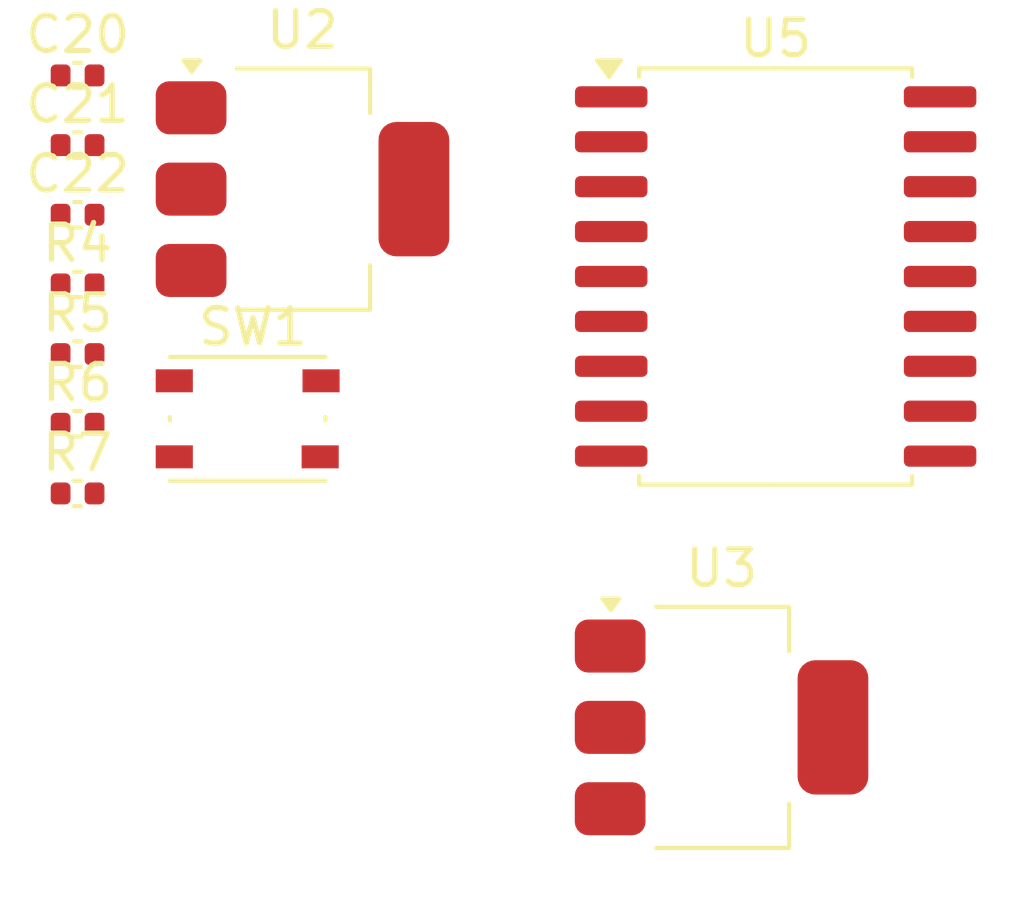
<source format=kicad_pcb>
(kicad_pcb (version 20241229) (generator "pcbnew") (generator_version "9.0")
  (layers (0 "F.Cu" signal) (2 "B.Cu" signal) (13 "F.Paste" user) (15 "B.Paste" user) (5 "F.SilkS" user "F.Silkscreen") (7 "B.SilkS" user "B.Silkscreen") (1 "F.Mask" user) (3 "B.Mask" user) (25 "Edge.Cuts" user))
  (net 0 "")
  (net 1 "+3V3")
  (net 2 "GND")
  (net 3 "/rp2350a/XIN")
  (net 4 "Net-(Y1-CRYSTAL_2)")
  (net 5 "/rp2350a/GPIO0")
  (net 6 "/rp2350a/QSPI_SS")
  (net 7 "/rp2350a/~{USB_BOOT}")
  (net 8 "/rp2350a/XOUT")
  (net 9 "VBUS")
  (net 10 "/imput_5V")
  (net 11 "Net-(J3-Pin_2)")
  (footprint "Button_Switch_SMD:SW_Push_1P1T_NO_Vertical_Wuerth_434133025816" (layer "F.Cu") (at 56.95 70.775)
    (property "Reference" "SW1" (at 0.15 -2.6 0) (layer "F.SilkS"))
    (property "Value" "SW_Push")
    (fp_line (start -2.2 0.05) (end -2.2 -0.05) (stroke (width 0.12)) (layer "F.SilkS"))
    (fp_line (start -2.2 1.75) (end 2.2 1.75) (stroke (width 0.12)) (layer "F.SilkS"))
    (fp_line (start 2.2 -1.75) (end -2.2 -1.75) (stroke (width 0.12)) (layer "F.SilkS"))
    (fp_line (start 2.2 0.05) (end 2.2 -0.05) (stroke (width 0.12)) (layer "F.SilkS"))
    (pad "1" smd rect (at -2.075 -1.075) (size 1.05 0.65) (layers "F.Cu" "F.Mask" "F.Paste") (net 2 "GND"))
    (pad "1" smd rect (at 2.075 -1.075) (size 1.05 0.65) (layers "F.Cu" "F.Mask" "F.Paste") (net 2 "GND"))
    (pad "2" smd rect (at -2.075 1.075) (size 1.05 0.65) (layers "F.Cu" "F.Mask" "F.Paste") (net 7 "/rp2350a/~{USB_BOOT}"))
    (pad "2" smd rect (at 2.05 1.075) (size 1.05 0.65) (layers "F.Cu" "F.Mask" "F.Paste") (net 7 "/rp2350a/~{USB_BOOT}"))
  )
  (footprint "Capacitor_SMD:C_0402_1005Metric" (layer "F.Cu") (at 52.14 70.915)
    (property "Reference" "R6" (at 0 -1.16 0) (layer "F.SilkS"))
    (property "Value" "1k")
    (fp_line (start -0.107836 -0.36) (end 0.107836 -0.36) (stroke (width 0.12)) (layer "F.SilkS"))
    (fp_line (start -0.107836 0.36) (end 0.107836 0.36) (stroke (width 0.12)) (layer "F.SilkS"))
    (pad "1" smd roundrect (at -0.48 0) (size 0.56 0.62) (layers "F.Cu" "F.Mask" "F.Paste") (net 6 "/rp2350a/QSPI_SS"))
    (pad "2" smd roundrect (at 0.48 0) (size 0.56 0.62) (layers "F.Cu" "F.Mask" "F.Paste") (net 7 "/rp2350a/~{USB_BOOT}"))
  )
  (footprint "Package_TO_SOT_SMD:SOT-223-3_TabPin2" (layer "F.Cu") (at 58.5 64.28)
    (property "Reference" "U2" (at 0 -4.5 0) (layer "F.SilkS"))
    (property "Value" "NCP1117-3.3_SOT223")
    (fp_line (start -1.85 -3.41) (end 1.91 -3.41) (stroke (width 0.12)) (layer "F.SilkS"))
    (fp_line (start -1.85 3.41) (end 1.91 3.41) (stroke (width 0.12)) (layer "F.SilkS"))
    (fp_line (start 1.91 -3.41) (end 1.91 -2.15) (stroke (width 0.12)) (layer "F.SilkS"))
    (fp_line (start 1.91 3.41) (end 1.91 2.15) (stroke (width 0.12)) (layer "F.SilkS"))
    (fp_poly (pts (xy -3.13 -3.31) (xy -3.37 -3.64) (xy -2.89 -3.64) (xy -3.13 -3.31)) (stroke (width 0.12)) (fill yes) (layer "F.SilkS"))
    (pad "1" smd roundrect (at -3.15 -2.3) (size 2 1.5) (layers "F.Cu" "F.Mask" "F.Paste") (net 2 "GND"))
    (pad "2" smd roundrect (at -3.15 0) (size 2 1.5) (layers "F.Cu" "F.Mask" "F.Paste") (net 1 "+3V3"))
    (pad "2" smd roundrect (at 3.15 0) (size 2 3.8) (layers "F.Cu" "F.Mask" "F.Paste") (net 1 "+3V3"))
    (pad "3" smd roundrect (at -3.15 2.3) (size 2 1.5) (layers "F.Cu" "F.Mask" "F.Paste") (net 9 "VBUS"))
  )
  (footprint "Capacitor_SMD:C_0402_1005Metric" (layer "F.Cu") (at 52.14 68.945)
    (property "Reference" "R5" (at 0 -1.16 0) (layer "F.SilkS"))
    (property "Value" "0")
    (fp_line (start -0.107836 -0.36) (end 0.107836 -0.36) (stroke (width 0.12)) (layer "F.SilkS"))
    (fp_line (start -0.107836 0.36) (end 0.107836 0.36) (stroke (width 0.12)) (layer "F.SilkS"))
    (pad "1" smd roundrect (at -0.48 0) (size 0.56 0.62) (layers "F.Cu" "F.Mask" "F.Paste") (net 5 "/rp2350a/GPIO0"))
    (pad "2" smd roundrect (at 0.48 0) (size 0.56 0.62) (layers "F.Cu" "F.Mask" "F.Paste") (net 6 "/rp2350a/QSPI_SS"))
  )
  (footprint "Capacitor_SMD:C_0402_1005Metric" (layer "F.Cu") (at 52.14 66.975)
    (property "Reference" "R4" (at 0 -1.16 0) (layer "F.SilkS"))
    (property "Value" "10k")
    (fp_line (start -0.107836 -0.36) (end 0.107836 -0.36) (stroke (width 0.12)) (layer "F.SilkS"))
    (fp_line (start -0.107836 0.36) (end 0.107836 0.36) (stroke (width 0.12)) (layer "F.SilkS"))
    (pad "1" smd roundrect (at -0.48 0) (size 0.56 0.62) (layers "F.Cu" "F.Mask" "F.Paste") (net 5 "/rp2350a/GPIO0"))
    (pad "2" smd roundrect (at 0.48 0) (size 0.56 0.62) (layers "F.Cu" "F.Mask" "F.Paste") (net 1 "+3V3"))
  )
  (footprint "Package_TO_SOT_SMD:SOT-223-3_TabPin2" (layer "F.Cu") (at 70.35 79.5)
    (property "Reference" "U3" (at 0 -4.5 0) (layer "F.SilkS"))
    (property "Value" "NCP1117-5.0_SOT223")
    (fp_line (start -1.85 -3.41) (end 1.91 -3.41) (stroke (width 0.12)) (layer "F.SilkS"))
    (fp_line (start -1.85 3.41) (end 1.91 3.41) (stroke (width 0.12)) (layer "F.SilkS"))
    (fp_line (start 1.91 -3.41) (end 1.91 -2.15) (stroke (width 0.12)) (layer "F.SilkS"))
    (fp_line (start 1.91 3.41) (end 1.91 2.15) (stroke (width 0.12)) (layer "F.SilkS"))
    (fp_poly (pts (xy -3.13 -3.31) (xy -3.37 -3.64) (xy -2.89 -3.64) (xy -3.13 -3.31)) (stroke (width 0.12)) (fill yes) (layer "F.SilkS"))
    (pad "1" smd roundrect (at -3.15 -2.3) (size 2 1.5) (layers "F.Cu" "F.Mask" "F.Paste") (net 2 "GND"))
    (pad "2" smd roundrect (at -3.15 0) (size 2 1.5) (layers "F.Cu" "F.Mask" "F.Paste") (net 10 "/imput_5V"))
    (pad "2" smd roundrect (at 3.15 0) (size 2 3.8) (layers "F.Cu" "F.Mask" "F.Paste") (net 10 "/imput_5V"))
    (pad "3" smd roundrect (at -3.15 2.3) (size 2 1.5) (layers "F.Cu" "F.Mask" "F.Paste") (net 11 "Net-(J3-Pin_2)"))
  )
  (footprint "Capacitor_SMD:C_0402_1005Metric" (layer "F.Cu") (at 52.14 63.035)
    (property "Reference" "C21" (at 0 -1.16 0) (layer "F.SilkS"))
    (property "Value" "15p")
    (fp_line (start -0.107836 -0.36) (end 0.107836 -0.36) (stroke (width 0.12)) (layer "F.SilkS"))
    (fp_line (start -0.107836 0.36) (end 0.107836 0.36) (stroke (width 0.12)) (layer "F.SilkS"))
    (pad "1" smd roundrect (at -0.48 0) (size 0.56 0.62) (layers "F.Cu" "F.Mask" "F.Paste") (net 3 "/rp2350a/XIN"))
    (pad "2" smd roundrect (at 0.48 0) (size 0.56 0.62) (layers "F.Cu" "F.Mask" "F.Paste") (net 2 "GND"))
  )
  (footprint "Package_SO:SOIC-18W_7.5x11.6mm_P1.27mm" (layer "F.Cu") (at 71.88 66.75)
    (property "Reference" "U5" (at 0 -6.73 0) (layer "F.SilkS"))
    (property "Value" "MCP2515-xSO")
    (fp_line (start -3.86 -5.885) (end -3.86 -5.64) (stroke (width 0.12)) (layer "F.SilkS"))
    (fp_line (start -3.86 5.885) (end -3.86 5.64) (stroke (width 0.12)) (layer "F.SilkS"))
    (fp_line (start 0 -5.885) (end -3.86 -5.885) (stroke (width 0.12)) (layer "F.SilkS"))
    (fp_line (start 0 -5.885) (end 3.86 -5.885) (stroke (width 0.12)) (layer "F.SilkS"))
    (fp_line (start 0 5.885) (end -3.86 5.885) (stroke (width 0.12)) (layer "F.SilkS"))
    (fp_line (start 0 5.885) (end 3.86 5.885) (stroke (width 0.12)) (layer "F.SilkS"))
    (fp_line (start 3.86 -5.885) (end 3.86 -5.64) (stroke (width 0.12)) (layer "F.SilkS"))
    (fp_line (start 3.86 5.885) (end 3.86 5.64) (stroke (width 0.12)) (layer "F.SilkS"))
    (fp_poly (pts (xy -4.7125 -5.64) (xy -5.0525 -6.11) (xy -4.3725 -6.11)) (stroke (width 0.12)) (fill yes) (layer "F.SilkS"))
    (pad "1" smd roundrect (at -4.65 -5.08) (size 2.05 0.6) (layers "F.Cu" "F.Mask" "F.Paste"))
    (pad "2" smd roundrect (at -4.65 -3.81) (size 2.05 0.6) (layers "F.Cu" "F.Mask" "F.Paste"))
    (pad "3" smd roundrect (at -4.65 -2.54) (size 2.05 0.6) (layers "F.Cu" "F.Mask" "F.Paste"))
    (pad "4" smd roundrect (at -4.65 -1.27) (size 2.05 0.6) (layers "F.Cu" "F.Mask" "F.Paste"))
    (pad "5" smd roundrect (at -4.65 0) (size 2.05 0.6) (layers "F.Cu" "F.Mask" "F.Paste"))
    (pad "6" smd roundrect (at -4.65 1.27) (size 2.05 0.6) (layers "F.Cu" "F.Mask" "F.Paste"))
    (pad "7" smd roundrect (at -4.65 2.54) (size 2.05 0.6) (layers "F.Cu" "F.Mask" "F.Paste"))
    (pad "8" smd roundrect (at -4.65 3.81) (size 2.05 0.6) (layers "F.Cu" "F.Mask" "F.Paste"))
    (pad "9" smd roundrect (at -4.65 5.08) (size 2.05 0.6) (layers "F.Cu" "F.Mask" "F.Paste"))
    (pad "10" smd roundrect (at 4.65 5.08) (size 2.05 0.6) (layers "F.Cu" "F.Mask" "F.Paste"))
    (pad "11" smd roundrect (at 4.65 3.81) (size 2.05 0.6) (layers "F.Cu" "F.Mask" "F.Paste"))
    (pad "12" smd roundrect (at 4.65 2.54) (size 2.05 0.6) (layers "F.Cu" "F.Mask" "F.Paste"))
    (pad "13" smd roundrect (at 4.65 1.27) (size 2.05 0.6) (layers "F.Cu" "F.Mask" "F.Paste"))
    (pad "14" smd roundrect (at 4.65 0) (size 2.05 0.6) (layers "F.Cu" "F.Mask" "F.Paste"))
    (pad "15" smd roundrect (at 4.65 -1.27) (size 2.05 0.6) (layers "F.Cu" "F.Mask" "F.Paste"))
    (pad "16" smd roundrect (at 4.65 -2.54) (size 2.05 0.6) (layers "F.Cu" "F.Mask" "F.Paste"))
    (pad "17" smd roundrect (at 4.65 -3.81) (size 2.05 0.6) (layers "F.Cu" "F.Mask" "F.Paste"))
    (pad "18" smd roundrect (at 4.65 -5.08) (size 2.05 0.6) (layers "F.Cu" "F.Mask" "F.Paste"))
  )
  (footprint "Capacitor_SMD:C_0402_1005Metric" (layer "F.Cu") (at 52.14 65.005)
    (property "Reference" "C22" (at 0 -1.16 0) (layer "F.SilkS"))
    (property "Value" "15p")
    (fp_line (start -0.107836 -0.36) (end 0.107836 -0.36) (stroke (width 0.12)) (layer "F.SilkS"))
    (fp_line (start -0.107836 0.36) (end 0.107836 0.36) (stroke (width 0.12)) (layer "F.SilkS"))
    (pad "1" smd roundrect (at -0.48 0) (size 0.56 0.62) (layers "F.Cu" "F.Mask" "F.Paste") (net 4 "Net-(Y1-CRYSTAL_2)"))
    (pad "2" smd roundrect (at 0.48 0) (size 0.56 0.62) (layers "F.Cu" "F.Mask" "F.Paste") (net 2 "GND"))
  )
  (footprint "Capacitor_SMD:C_0402_1005Metric" (layer "F.Cu") (at 52.14 72.885)
    (property "Reference" "R7" (at 0 -1.16 0) (layer "F.SilkS"))
    (property "Value" "1k")
    (fp_line (start -0.107836 -0.36) (end 0.107836 -0.36) (stroke (width 0.12)) (layer "F.SilkS"))
    (fp_line (start -0.107836 0.36) (end 0.107836 0.36) (stroke (width 0.12)) (layer "F.SilkS"))
    (pad "1" smd roundrect (at -0.48 0) (size 0.56 0.62) (layers "F.Cu" "F.Mask" "F.Paste") (net 8 "/rp2350a/XOUT"))
    (pad "2" smd roundrect (at 0.48 0) (size 0.56 0.62) (layers "F.Cu" "F.Mask" "F.Paste") (net 4 "Net-(Y1-CRYSTAL_2)"))
  )
  (footprint "Capacitor_SMD:C_0402_1005Metric" (layer "F.Cu") (at 52.14 61.065)
    (property "Reference" "C20" (at 0 -1.16 0) (layer "F.SilkS"))
    (property "Value" "100n")
    (fp_line (start -0.107836 -0.36) (end 0.107836 -0.36) (stroke (width 0.12)) (layer "F.SilkS"))
    (fp_line (start -0.107836 0.36) (end 0.107836 0.36) (stroke (width 0.12)) (layer "F.SilkS"))
    (pad "1" smd roundrect (at -0.48 0) (size 0.56 0.62) (layers "F.Cu" "F.Mask" "F.Paste") (net 2 "GND"))
    (pad "2" smd roundrect (at 0.48 0) (size 0.56 0.62) (layers "F.Cu" "F.Mask" "F.Paste") (net 1 "+3V3"))
  )
)
</source>
